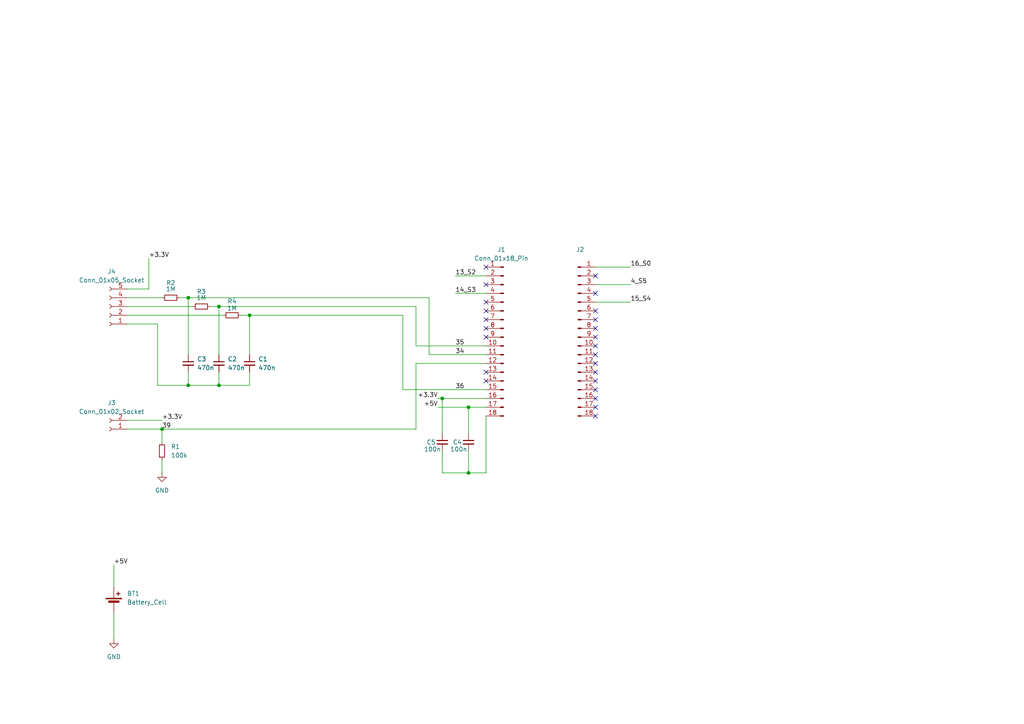
<source format=kicad_sch>
(kicad_sch (version 20231120) (generator "eeschema") (generator_version "8.0")
  (paper "A4")
  (lib_symbols
    (symbol "Connector:Conn_01x02_Socket" (pin_names (offset 1.016) hide)
      (property "Reference" "J" (at 0 2.54 0))
      (property "Value" "Conn_01x02_Socket" (at 0 -5.08 0))
      (symbol "Conn_01x02_Socket_1_1"
        (arc (start 0 -2.032) (mid -0.5058 -2.54) (end 0 -3.048) (stroke (width 0.1524)))
        (polyline (pts (xy -1.27 -2.54) (xy -0.508 -2.54)) (stroke (width 0.1524)))
        (polyline (pts (xy -1.27 0) (xy -0.508 0)) (stroke (width 0.1524)))
        (arc (start 0 0.508) (mid -0.5058 0) (end 0 -0.508) (stroke (width 0.1524)))
        (pin passive line (at -5.08 0 0) (length 3.81) (name "Pin_1") (number "1"))
        (pin passive line (at -5.08 -2.54 0) (length 3.81) (name "Pin_2") (number "2"))
      )
    )
    (symbol "Connector:Conn_01x05_Socket" (pin_names (offset 1.016) hide)
      (property "Reference" "J" (at 0 7.62 0))
      (property "Value" "Conn_01x05_Socket" (at 0 -7.62 0))
      (symbol "Conn_01x05_Socket_1_1"
        (arc (start 0 -4.572) (mid -0.5058 -5.08) (end 0 -5.588) (stroke (width 0.1524)))
        (arc (start 0 -2.032) (mid -0.5058 -2.54) (end 0 -3.048) (stroke (width 0.1524)))
        (polyline (pts (xy -1.27 -5.08) (xy -0.508 -5.08)) (stroke (width 0.1524)))
        (polyline (pts (xy -1.27 -2.54) (xy -0.508 -2.54)) (stroke (width 0.1524)))
        (polyline (pts (xy -1.27 0) (xy -0.508 0)) (stroke (width 0.1524)))
        (polyline (pts (xy -1.27 2.54) (xy -0.508 2.54)) (stroke (width 0.1524)))
        (polyline (pts (xy -1.27 5.08) (xy -0.508 5.08)) (stroke (width 0.1524)))
        (arc (start 0 0.508) (mid -0.5058 0) (end 0 -0.508) (stroke (width 0.1524)))
        (arc (start 0 3.048) (mid -0.5058 2.54) (end 0 2.032) (stroke (width 0.1524)))
        (arc (start 0 5.588) (mid -0.5058 5.08) (end 0 4.572) (stroke (width 0.1524)))
        (pin passive line (at -5.08 5.08 0) (length 3.81) (name "Pin_1") (number "1"))
        (pin passive line (at -5.08 2.54 0) (length 3.81) (name "Pin_2") (number "2"))
        (pin passive line (at -5.08 0 0) (length 3.81) (name "Pin_3") (number "3"))
        (pin passive line (at -5.08 -2.54 0) (length 3.81) (name "Pin_4") (number "4"))
        (pin passive line (at -5.08 -5.08 0) (length 3.81) (name "Pin_5") (number "5"))
      )
    )
    (symbol "Connector:Conn_01x18_Pin" (pin_names (offset 1.016) hide)
      (property "Reference" "J" (at 0 22.86 0))
      (property "Value" "Conn_01x18_Pin" (at 0 -25.4 0))
      (symbol "Conn_01x18_Pin_1_1"
        (polyline (pts (xy 1.27 -22.86) (xy 0.8636 -22.86)) (stroke (width 0.1524)))
        (polyline (pts (xy 1.27 -20.32) (xy 0.8636 -20.32)) (stroke (width 0.1524)))
        (polyline (pts (xy 1.27 -17.78) (xy 0.8636 -17.78)) (stroke (width 0.1524)))
        (polyline (pts (xy 1.27 -15.24) (xy 0.8636 -15.24)) (stroke (width 0.1524)))
        (polyline (pts (xy 1.27 -12.7) (xy 0.8636 -12.7)) (stroke (width 0.1524)))
        (polyline (pts (xy 1.27 -10.16) (xy 0.8636 -10.16)) (stroke (width 0.1524)))
        (polyline (pts (xy 1.27 -7.62) (xy 0.8636 -7.62)) (stroke (width 0.1524)))
        (polyline (pts (xy 1.27 -5.08) (xy 0.8636 -5.08)) (stroke (width 0.1524)))
        (polyline (pts (xy 1.27 -2.54) (xy 0.8636 -2.54)) (stroke (width 0.1524)))
        (polyline (pts (xy 1.27 0) (xy 0.8636 0)) (stroke (width 0.1524)))
        (polyline (pts (xy 1.27 2.54) (xy 0.8636 2.54)) (stroke (width 0.1524)))
        (polyline (pts (xy 1.27 5.08) (xy 0.8636 5.08)) (stroke (width 0.1524)))
        (polyline (pts (xy 1.27 7.62) (xy 0.8636 7.62)) (stroke (width 0.1524)))
        (polyline (pts (xy 1.27 10.16) (xy 0.8636 10.16)) (stroke (width 0.1524)))
        (polyline (pts (xy 1.27 12.7) (xy 0.8636 12.7)) (stroke (width 0.1524)))
        (polyline (pts (xy 1.27 15.24) (xy 0.8636 15.24)) (stroke (width 0.1524)))
        (polyline (pts (xy 1.27 17.78) (xy 0.8636 17.78)) (stroke (width 0.1524)))
        (polyline (pts (xy 1.27 20.32) (xy 0.8636 20.32)) (stroke (width 0.1524)))
        (rectangle (start 0.8636 -22.733) (end 0 -22.987) (stroke (width 0.1524)) (fill (type outline)))
        (rectangle (start 0.8636 -20.193) (end 0 -20.447) (stroke (width 0.1524)) (fill (type outline)))
        (rectangle (start 0.8636 -17.653) (end 0 -17.907) (stroke (width 0.1524)) (fill (type outline)))
        (rectangle (start 0.8636 -15.113) (end 0 -15.367) (stroke (width 0.1524)) (fill (type outline)))
        (rectangle (start 0.8636 -12.573) (end 0 -12.827) (stroke (width 0.1524)) (fill (type outline)))
        (rectangle (start 0.8636 -10.033) (end 0 -10.287) (stroke (width 0.1524)) (fill (type outline)))
        (rectangle (start 0.8636 -7.493) (end 0 -7.747) (stroke (width 0.1524)) (fill (type outline)))
        (rectangle (start 0.8636 -4.953) (end 0 -5.207) (stroke (width 0.1524)) (fill (type outline)))
        (rectangle (start 0.8636 -2.413) (end 0 -2.667) (stroke (width 0.1524)) (fill (type outline)))
        (rectangle (start 0.8636 0.127) (end 0 -0.127) (stroke (width 0.1524)) (fill (type outline)))
        (rectangle (start 0.8636 2.667) (end 0 2.413) (stroke (width 0.1524)) (fill (type outline)))
        (rectangle (start 0.8636 5.207) (end 0 4.953) (stroke (width 0.1524)) (fill (type outline)))
        (rectangle (start 0.8636 7.747) (end 0 7.493) (stroke (width 0.1524)) (fill (type outline)))
        (rectangle (start 0.8636 10.287) (end 0 10.033) (stroke (width 0.1524)) (fill (type outline)))
        (rectangle (start 0.8636 12.827) (end 0 12.573) (stroke (width 0.1524)) (fill (type outline)))
        (rectangle (start 0.8636 15.367) (end 0 15.113) (stroke (width 0.1524)) (fill (type outline)))
        (rectangle (start 0.8636 17.907) (end 0 17.653) (stroke (width 0.1524)) (fill (type outline)))
        (rectangle (start 0.8636 20.447) (end 0 20.193) (stroke (width 0.1524)) (fill (type outline)))
        (pin passive line (at 5.08 20.32 180) (length 3.81) (name "Pin_1") (number "1"))
        (pin passive line (at 5.08 -2.54 180) (length 3.81) (name "Pin_10") (number "10"))
        (pin passive line (at 5.08 -5.08 180) (length 3.81) (name "Pin_11") (number "11"))
        (pin passive line (at 5.08 -7.62 180) (length 3.81) (name "Pin_12") (number "12"))
        (pin passive line (at 5.08 -10.16 180) (length 3.81) (name "Pin_13") (number "13"))
        (pin passive line (at 5.08 -12.7 180) (length 3.81) (name "Pin_14") (number "14"))
        (pin passive line (at 5.08 -15.24 180) (length 3.81) (name "Pin_15") (number "15"))
        (pin passive line (at 5.08 -17.78 180) (length 3.81) (name "Pin_16") (number "16"))
        (pin passive line (at 5.08 -20.32 180) (length 3.81) (name "Pin_17") (number "17"))
        (pin passive line (at 5.08 -22.86 180) (length 3.81) (name "Pin_18") (number "18"))
        (pin passive line (at 5.08 17.78 180) (length 3.81) (name "Pin_2") (number "2"))
        (pin passive line (at 5.08 15.24 180) (length 3.81) (name "Pin_3") (number "3"))
        (pin passive line (at 5.08 12.7 180) (length 3.81) (name "Pin_4") (number "4"))
        (pin passive line (at 5.08 10.16 180) (length 3.81) (name "Pin_5") (number "5"))
        (pin passive line (at 5.08 7.62 180) (length 3.81) (name "Pin_6") (number "6"))
        (pin passive line (at 5.08 5.08 180) (length 3.81) (name "Pin_7") (number "7"))
        (pin passive line (at 5.08 2.54 180) (length 3.81) (name "Pin_8") (number "8"))
        (pin passive line (at 5.08 0 180) (length 3.81) (name "Pin_9") (number "9"))
      )
    )
    (symbol "GW_Mechanical:Battery_Cell" (pin_numbers hide) (pin_names (offset 0) hide)
      (property "Reference" "BT" (at 2.54 2.54 0))
      (property "Value" "Battery_Cell" (at 2.54 0 0))
      (symbol "Battery_Cell_0_1"
        (rectangle (start -2.286 1.778) (end 2.286 1.524) (fill (type outline)))
        (rectangle (start -1.524 1.016) (end 1.524 0.508) (fill (type outline)))
        (polyline (pts (xy 0 0.762) (xy 0 0)))
        (polyline (pts (xy 0 1.778) (xy 0 2.54)))
        (polyline (pts (xy 0.762 3.048) (xy 1.778 3.048)) (stroke (width 0.254)))
        (polyline (pts (xy 1.27 3.556) (xy 1.27 2.54)) (stroke (width 0.254)))
      )
      (symbol "Battery_Cell_1_1"
        (pin passive line (at 0 5.08 270) (length 2.54) (name "+") (number "1"))
        (pin passive line (at 0 -2.54 90) (length 2.54) (name "-") (number "2"))
      )
    )
    (symbol "GW_Passives:C_Small" (pin_numbers hide) (pin_names (offset 0.254) hide)
      (property "Reference" "C" (at 0.254 1.778 0))
      (property "Value" "C_Small" (at 0.254 -2.032 0))
      (symbol "C_Small_0_1"
        (polyline (pts (xy -1.524 -0.508) (xy 1.524 -0.508)) (stroke (width 0.3302)))
        (polyline (pts (xy -1.524 0.508) (xy 1.524 0.508)) (stroke (width 0.3048)))
      )
      (symbol "C_Small_1_1"
        (pin passive line (at 0 2.54 270) (length 2.032) (name "~") (number "1"))
        (pin passive line (at 0 -2.54 90) (length 2.032) (name "~") (number "2"))
      )
    )
    (symbol "GW_Passives:R_Small" (pin_numbers hide) (pin_names (offset 0.254) hide)
      (property "Reference" "R" (at 0.762 0.508 0))
      (property "Value" "R_Small" (at 0.762 -1.016 0))
      (symbol "R_Small_0_1"
        (rectangle (start -0.762 1.778) (end 0.762 -1.778) (stroke (width 0.2032)))
      )
      (symbol "R_Small_1_1"
        (pin passive line (at 0 2.54 270) (length 0.762) (name "~") (number "1"))
        (pin passive line (at 0 -2.54 90) (length 0.762) (name "~") (number "2"))
      )
    )
    (symbol "power:GND" (power) (pin_numbers hide) (pin_names (offset 0) hide)
      (property "Value" "GND" (at 0 -3.81 0))
      (symbol "GND_0_1"
        (polyline (pts (xy 0 0) (xy 0 -1.27) (xy 1.27 -1.27) (xy 0 -2.54) (xy -1.27 -1.27) (xy 0 -1.27)))
      )
      (symbol "GND_1_1"
        (pin power_in line (at 0 0 270) (length 0) (name "~") (number "1"))
      )
    )
  )
  (junction (at 54.61 111.76))
  (junction (at 63.5 88.9))
  (junction (at 135.89 118.11))
  (junction (at 135.89 137.16))
  (junction (at 63.5 111.76))
  (junction (at 128.27 115.57))
  (junction (at 46.99 124.46))
  (junction (at 54.61 86.36))
  (junction (at 72.39 91.44))
  (no_connect (at 172.72 113.03))
  (no_connect (at 140.97 110.49))
  (no_connect (at 140.97 77.47))
  (no_connect (at 140.97 107.95))
  (no_connect (at 172.72 110.49))
  (no_connect (at 140.97 92.71))
  (no_connect (at 172.72 105.41))
  (no_connect (at 172.72 115.57))
  (no_connect (at 172.72 90.17))
  (no_connect (at 172.72 107.95))
  (no_connect (at 172.72 85.09))
  (no_connect (at 172.72 102.87))
  (no_connect (at 172.72 100.33))
  (no_connect (at 172.72 95.25))
  (no_connect (at 140.97 87.63))
  (no_connect (at 140.97 90.17))
  (no_connect (at 172.72 80.01))
  (no_connect (at 140.97 97.79))
  (no_connect (at 172.72 97.79))
  (no_connect (at 140.97 82.55))
  (no_connect (at 172.72 118.11))
  (no_connect (at 172.72 120.65))
  (no_connect (at 140.97 95.25))
  (no_connect (at 172.72 92.71))
  (wire (pts (xy 128.27 115.57) (xy 140.97 115.57)))
  (wire (pts (xy 46.99 124.46) (xy 120.65 124.46)))
  (wire (pts (xy 54.61 111.76) (xy 45.72 111.76)))
  (wire (pts (xy 120.65 100.33) (xy 140.97 100.33)))
  (wire (pts (xy 127 118.11) (xy 135.89 118.11)))
  (wire (pts (xy 172.72 82.55) (xy 182.88 82.55)))
  (wire (pts (xy 33.02 170.18) (xy 33.02 163.83)))
  (wire (pts (xy 36.83 83.82) (xy 43.18 83.82)))
  (wire (pts (xy 128.27 137.16) (xy 135.89 137.16)))
  (wire (pts (xy 120.65 100.33) (xy 120.65 88.9)))
  (wire (pts (xy 69.85 91.44) (xy 72.39 91.44)))
  (wire (pts (xy 72.39 107.95) (xy 72.39 111.76)))
  (wire (pts (xy 63.5 111.76) (xy 54.61 111.76)))
  (wire (pts (xy 140.97 105.41) (xy 120.65 105.41)))
  (wire (pts (xy 36.83 91.44) (xy 64.77 91.44)))
  (wire (pts (xy 120.65 105.41) (xy 120.65 124.46)))
  (wire (pts (xy 36.83 121.92) (xy 46.99 121.92)))
  (wire (pts (xy 45.72 111.76) (xy 45.72 93.98)))
  (wire (pts (xy 63.5 88.9) (xy 63.5 102.87)))
  (wire (pts (xy 45.72 93.98) (xy 36.83 93.98)))
  (wire (pts (xy 172.72 77.47) (xy 182.88 77.47)))
  (wire (pts (xy 43.18 74.93) (xy 43.18 83.82)))
  (wire (pts (xy 116.84 113.03) (xy 140.97 113.03)))
  (wire (pts (xy 124.46 102.87) (xy 140.97 102.87)))
  (wire (pts (xy 36.83 124.46) (xy 46.99 124.46)))
  (wire (pts (xy 135.89 125.73) (xy 135.89 118.11)))
  (wire (pts (xy 127 115.57) (xy 128.27 115.57)))
  (wire (pts (xy 124.46 86.36) (xy 124.46 102.87)))
  (wire (pts (xy 36.83 86.36) (xy 46.99 86.36)))
  (wire (pts (xy 135.89 130.81) (xy 135.89 137.16)))
  (wire (pts (xy 54.61 86.36) (xy 54.61 102.87)))
  (wire (pts (xy 172.72 87.63) (xy 182.88 87.63)))
  (wire (pts (xy 72.39 91.44) (xy 116.84 91.44)))
  (wire (pts (xy 63.5 88.9) (xy 120.65 88.9)))
  (wire (pts (xy 140.97 120.65) (xy 140.97 137.16)))
  (wire (pts (xy 54.61 86.36) (xy 124.46 86.36)))
  (wire (pts (xy 128.27 115.57) (xy 128.27 125.73)))
  (wire (pts (xy 72.39 111.76) (xy 63.5 111.76)))
  (wire (pts (xy 36.83 88.9) (xy 55.88 88.9)))
  (wire (pts (xy 60.96 88.9) (xy 63.5 88.9)))
  (wire (pts (xy 46.99 124.46) (xy 46.99 128.27)))
  (wire (pts (xy 33.02 177.8) (xy 33.02 185.42)))
  (wire (pts (xy 72.39 91.44) (xy 72.39 102.87)))
  (wire (pts (xy 132.08 85.09) (xy 140.97 85.09)))
  (wire (pts (xy 63.5 107.95) (xy 63.5 111.76)))
  (wire (pts (xy 54.61 111.76) (xy 54.61 107.95)))
  (wire (pts (xy 132.08 80.01) (xy 140.97 80.01)))
  (wire (pts (xy 140.97 137.16) (xy 135.89 137.16)))
  (wire (pts (xy 135.89 118.11) (xy 140.97 118.11)))
  (wire (pts (xy 46.99 133.35) (xy 46.99 137.16)))
  (wire (pts (xy 116.84 113.03) (xy 116.84 91.44)))
  (wire (pts (xy 128.27 130.81) (xy 128.27 137.16)))
  (wire (pts (xy 52.07 86.36) (xy 54.61 86.36)))
  (label "16_S0" (at 182.88 77.47 0))
  (label "+3.3V" (at 127 115.57 180))
  (label "14_S3" (at 132.08 85.09 0))
  (label "+5V" (at 33.02 163.83 0))
  (label "36" (at 132.08 113.03 0))
  (label "13_S2" (at 132.08 80.01 0))
  (label "15_S4" (at 182.88 87.63 0))
  (label "39" (at 46.99 124.46 0))
  (label "+3.3V" (at 46.99 121.92 0))
  (label "34" (at 132.08 102.87 0))
  (label "+3.3V" (at 43.18 74.93 0))
  (label "+5V" (at 127 118.11 180))
  (label "4_S5" (at 182.88 82.55 0))
  (label "35" (at 132.08 100.33 0))
  (symbol (lib_id "GW_Passives:R_Small") (at 58.42 88.9 90) (unit 1)
    (property "Reference" "R3" (at 58.42 84.582 90))
    (property "Value" "1M" (at 58.42 86.36 90))
    (property "Description" "Resistor, small symbol" (effects (hide yes)))
  )
  (symbol (lib_id "Connector:Conn_01x18_Pin") (at 146.05 97.79 0) (mirror y) (unit 1)
    (property "Reference" "J1" (at 145.415 72.39 0))
    (property "Value" "Conn_01x18_Pin" (at 145.415 74.93 0))
    (property "Footprint" "Connector_PinHeader_2.54mm:PinHeader_1x18_P2.54mm_Vertical" (effects (hide yes)))
    (property "Description" "Generic connector, single row, 01x18, script generated" (effects (hide yes)))
  )
  (symbol (lib_id "GW_Passives:C_Small") (at 135.89 128.27 0) (unit 1)
    (property "Reference" "C4" (at 131.318 128.27 0) (effects (justify left)))
    (property "Value" "100n" (at 130.556 130.302 0) (effects (justify left)))
    (property "Description" "Unpolarized capacitor, small symbol" (effects (hide yes)))
  )
  (symbol (lib_id "GW_Passives:R_Small") (at 46.99 130.81 0) (unit 1)
    (property "Reference" "R1" (at 49.53 129.5399 0) (effects (justify left)))
    (property "Value" "100k" (at 49.53 132.0799 0) (effects (justify left)))
    (property "Description" "Resistor, small symbol" (effects (hide yes)))
  )
  (symbol (lib_id "Connector:Conn_01x18_Pin") (at 167.64 97.79 0) (unit 1)
    (property "Reference" "J2" (at 168.275 72.39 0))
    (property "Value" "Conn_01x18_Pin" (effects (hide yes)))
    (property "Footprint" "Connector_PinHeader_2.54mm:PinHeader_1x18_P2.54mm_Vertical" (effects (hide yes)))
    (property "Description" "Generic connector, single row, 01x18, script generated" (effects (hide yes)))
  )
  (symbol (lib_id "GW_Passives:C_Small") (at 54.61 105.41 0) (unit 1)
    (property "Reference" "C3" (at 57.15 104.1462 0) (effects (justify left)))
    (property "Value" "470n" (at 57.15 106.6862 0) (effects (justify left)))
    (property "Description" "Unpolarized capacitor, small symbol" (effects (hide yes)))
  )
  (symbol (lib_id "GW_Passives:C_Small") (at 72.39 105.41 0) (unit 1)
    (property "Reference" "C1" (at 74.93 104.1462 0) (effects (justify left)))
    (property "Value" "470n" (at 74.93 106.6862 0) (effects (justify left)))
    (property "Description" "Unpolarized capacitor, small symbol" (effects (hide yes)))
  )
  (symbol (lib_id "power:GND") (at 33.02 185.42 0) (unit 1)
    (property "Reference" "#PWR02" (effects (hide yes)))
    (property "Value" "GND" (at 33.02 190.5 0))
    (property "Description" "Power symbol creates a global label with name \"GND\" , ground" (effects (hide yes)))
  )
  (symbol (lib_id "GW_Passives:R_Small") (at 49.53 86.36 90) (unit 1)
    (property "Reference" "R2" (at 49.53 82.042 90))
    (property "Value" "1M" (at 49.53 83.82 90))
    (property "Description" "Resistor, small symbol" (effects (hide yes)))
  )
  (symbol (lib_id "Connector:Conn_01x02_Socket") (at 31.75 124.46 180) (unit 1)
    (property "Reference" "J3" (at 32.385 116.84 0))
    (property "Value" "Conn_01x02_Socket" (at 32.385 119.38 0))
    (property "Description" "Generic connector, single row, 01x02, script generated" (effects (hide yes)))
  )
  (symbol (lib_id "GW_Passives:R_Small") (at 67.31 91.44 90) (unit 1)
    (property "Reference" "R4" (at 67.31 87.376 90))
    (property "Value" "1M" (at 67.31 89.408 90))
    (property "Description" "Resistor, small symbol" (effects (hide yes)))
  )
  (symbol (lib_id "Connector:Conn_01x05_Socket") (at 31.75 88.9 180) (unit 1)
    (property "Reference" "J4" (at 32.385 78.74 0))
    (property "Value" "Conn_01x05_Socket" (at 32.385 81.28 0))
    (property "Footprint" "Connector_PinSocket_2.54mm:PinSocket_1x05_P2.54mm_Vertical" (effects (hide yes)))
    (property "Description" "Generic connector, single row, 01x05, script generated" (effects (hide yes)))
  )
  (symbol (lib_id "GW_Passives:C_Small") (at 63.5 105.41 0) (unit 1)
    (property "Reference" "C2" (at 66.04 104.1462 0) (effects (justify left)))
    (property "Value" "470n" (at 66.04 106.6862 0) (effects (justify left)))
    (property "Description" "Unpolarized capacitor, small symbol" (effects (hide yes)))
  )
  (symbol (lib_id "power:GND") (at 46.99 137.16 0) (unit 1)
    (property "Reference" "#PWR01" (effects (hide yes)))
    (property "Value" "GND" (at 46.99 142.24 0))
    (property "Description" "Power symbol creates a global label with name \"GND\" , ground" (effects (hide yes)))
  )
  (symbol (lib_id "GW_Mechanical:Battery_Cell") (at 33.02 175.26 0) (unit 1)
    (property "Reference" "BT1" (at 36.83 172.1484 0) (effects (justify left)))
    (property "Value" "Battery_Cell" (at 36.83 174.6884 0) (effects (justify left)))
    (property "Description" "Single-cell battery" (effects (hide yes)))
  )
  (symbol (lib_id "GW_Passives:C_Small") (at 128.27 128.27 0) (unit 1)
    (property "Reference" "C5" (at 123.698 128.27 0) (effects (justify left)))
    (property "Value" "100n" (at 122.936 130.302 0) (effects (justify left)))
    (property "Description" "Unpolarized capacitor, small symbol" (effects (hide yes)))
  )
)
</source>
